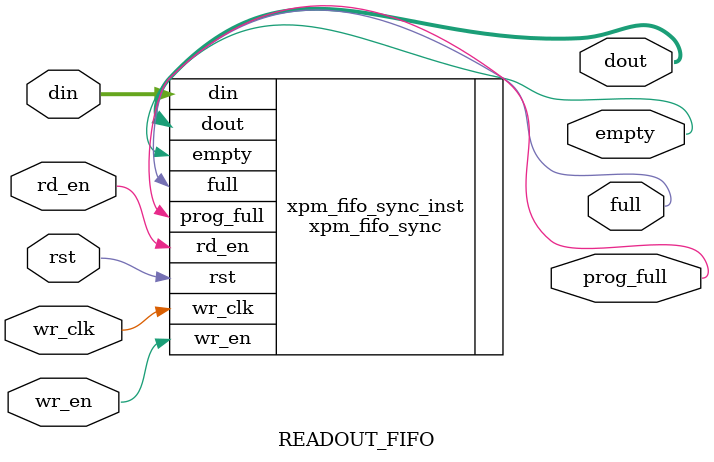
<source format=v>
`timescale 1ns / 1ps


module READOUT_FIFO(
    input rst,
    input wr_clk,
    //input rd_clk,
    input [23:0] din,
    input wr_en,
    input rd_en,
    output [23:0] dout,
    output full,
    output prog_full,
    output empty
    );
    /*
    // xpm_fifo_async: Asynchronous FIFO
    // Xilinx Parameterized Macro, version 2019.1
    xpm_fifo_async #(
    .CDC_SYNC_STAGES(2), // DECIMAL
    .DOUT_RESET_VALUE("0"), // String
    .ECC_MODE("no_ecc"), // String
    .FIFO_MEMORY_TYPE("block"), // String
    .FIFO_READ_LATENCY(1), // DECIMAL
    .FIFO_WRITE_DEPTH(8192), // DECIMAL
    .FULL_RESET_VALUE(0), // DECIMAL
    .PROG_EMPTY_THRESH(10), // DECIMAL
    .PROG_FULL_THRESH(512), // DECIMAL
    .RD_DATA_COUNT_WIDTH(14), // DECIMAL
    .READ_DATA_WIDTH(24), // DECIMAL
    .READ_MODE("std"), // String
    .RELATED_CLOCKS(0), // DECIMAL
    //.SIM_ASSERT_CHK(0), // DECIMAL; 0=disable simulation messages, 1=enable simulation messages
    .USE_ADV_FEATURES("0002"), // String
    .WAKEUP_TIME(0), // DECIMAL
    .WRITE_DATA_WIDTH(24), // DECIMAL
    .WR_DATA_COUNT_WIDTH(14) // DECIMAL
    )
    xpm_fifo_async_inst (
    //.almost_empty(almost_empty), // 1-bit output: Almost Empty : When asserted, this signal indicates that
    // only one more read can be performed before the FIFO goes to empty.
    //.almost_full(almost_full), // 1-bit output: Almost Full: When asserted, this signal indicates that
    // only one more write can be performed before the FIFO is full.
    //.data_valid(data_valid), // 1-bit output: Read Data Valid: When asserted, this signal indicates
    // that valid data is available on the output bus (dout).
    //.dbiterr(dbiterr), // 1-bit output: Double Bit Error: Indicates that the ECC decoder detected
    // a double-bit error and data in the FIFO core is corrupted.
    .dout(dout), // READ_DATA_WIDTH-bit output: Read Data: The output data bus is driven
    // when reading the FIFO.
    .empty(empty), // 1-bit output: Empty Flag: When asserted, this signal indicates that the
    // FIFO is empty. Read requests are ignored when the FIFO is empty,
    // initiating a read while empty is not destructive to the FIFO.
    .full(full), // 1-bit output: Full Flag: When asserted, this signal indicates that the
    // FIFO is full. Write requests are ignored when the FIFO is full,
    // initiating a write when the FIFO is full is not destructive to the
    // contents of the FIFO.
    //.overflow(overflow), // 1-bit output: Overflow: This signal indicates that a write request
    // (wren) during the prior clock cycle was rejected, because the FIFO is
    // full. Overflowing the FIFO is not destructive to the contents of the
    // FIFO.
    //.prog_empty(prog_empty), // 1-bit output: Programmable Empty: This signal is asserted when the
    // number of words in the FIFO is less than or equal to the programmable
    // empty threshold value. It is de-asserted when the number of words in
    // the FIFO exceeds the programmable empty threshold value.
    .prog_full(prog_full), // 1-bit output: Programmable Full: This signal is asserted when the
    // number of words in the FIFO is greater than or equal to the
    // programmable full threshold value. It is de-asserted when the number of
    // words in the FIFO is less than the programmable full threshold value.
    //.rd_data_count(rd_data_count), // RD_DATA_COUNT_WIDTH-bit output: Read Data Count: This bus indicates the
    // number of words read from the FIFO.
    //.rd_rst_busy(rd_rst_busy), // 1-bit output: Read Reset Busy: Active-High indicator that the FIFO read
    // domain is currently in a reset state.
    //.sbiterr(sbiterr), // 1-bit output: Single Bit Error: Indicates that the ECC decoder detected
    // and fixed a single-bit error.
    //.underflow(underflow), // 1-bit output: Underflow: Indicates that the read request (rd_en) during
    // the previous clock cycle was rejected because the FIFO is empty. Under
    // flowing the FIFO is not destructive to the FIFO.
    //.wr_ack(wr_ack), // 1-bit output: Write Acknowledge: This signal indicates that a write
    // request (wr_en) during the prior clock cycle is succeeded.
    //.wr_data_count(wr_data_count), // WR_DATA_COUNT_WIDTH-bit output: Write Data Count: This bus indicates
    // the number of words written into the FIFO.
    //.wr_rst_busy(wr_rst_busy), // 1-bit output: Write Reset Busy: Active-High indicator that the FIFO
    // write domain is currently in a reset state.
    .din(din), // WRITE_DATA_WIDTH-bit input: Write Data: The input data bus used when
    // writing the FIFO.
    //.injectdbiterr(injectdbiterr), // 1-bit input: Double Bit Error Injection: Injects a double bit error if
    // the ECC feature is used on block RAMs or UltraRAM macros.
    //.injectsbiterr(injectsbiterr), // 1-bit input: Single Bit Error Injection: Injects a single bit error if
    // the ECC feature is used on block RAMs or UltraRAM macros.
    .rd_clk(rd_clk), // 1-bit input: Read clock: Used for read operation. rd_clk must be a free
    // running clock.
    .rd_en(rd_en), // 1-bit input: Read Enable: If the FIFO is not empty, asserting this
    // signal causes data (on dout) to be read from the FIFO. Must be held
    // active-low when rd_rst_busy is active high.
    .rst(rst), // 1-bit input: Reset: Must be synchronous to wr_clk. The clock(s) can be
    // unstable at the time of applying reset, but reset must be released only
    // after the clock(s) is/are stable.
    //.sleep(sleep), // 1-bit input: Dynamic power saving: If sleep is High, the memory/fifo
    // block is in power saving mode.
    .wr_clk(wr_clk), // 1-bit input: Write clock: Used for write operation. wr_clk must be a
    // free running clock.
    .wr_en(wr_en) // 1-bit input: Write Enable: If the FIFO is not full, asserting this
    // signal causes data (on din) to be written to the FIFO. Must be held
    // active-low when rst or wr_rst_busy is active high.
    );
    // End of xpm_fifo_async_inst instantiation
    */
    
    // xpm_fifo_sync: Synchronous FIFO
    // Xilinx Parameterized Macro, version 2018.3
    xpm_fifo_sync #(
    .DOUT_RESET_VALUE("0"), // String
    .ECC_MODE("no_ecc"), // String
    .FIFO_MEMORY_TYPE("block"), // String
    .FIFO_READ_LATENCY(1), // DECIMAL
    .FIFO_WRITE_DEPTH(8192), // DECIMAL
    .FULL_RESET_VALUE(0), // DECIMAL
    .PROG_EMPTY_THRESH(10), // DECIMAL
    .PROG_FULL_THRESH(512), // DECIMAL
    .RD_DATA_COUNT_WIDTH(14), // DECIMAL
    .READ_DATA_WIDTH(24), // DECIMAL
    .READ_MODE("std"), // String
    .USE_ADV_FEATURES("0002"), // String
    .WAKEUP_TIME(0), // DECIMAL
    .WRITE_DATA_WIDTH(24), // DECIMAL
    .WR_DATA_COUNT_WIDTH(14) // DECIMAL
    )
    xpm_fifo_sync_inst (
    //.almost_empty(almost_empty), // 1-bit output: Almost Empty : When asserted, this signal indicates that
    // only one more read can be performed before the FIFO goes to empty.
    //.almost_full(almost_full), // 1-bit output: Almost Full: When asserted, this signal indicates that
    // only one more write can be performed before the FIFO is full.
    //.data_valid(data_valid), // 1-bit output: Read Data Valid: When asserted, this signal indicates
    // that valid data is available on the output bus (dout).
    //.dbiterr(dbiterr), // 1-bit output: Double Bit Error: Indicates that the ECC decoder detected
    // a double-bit error and data in the FIFO core is corrupted.
    .dout(dout), // READ_DATA_WIDTH-bit output: Read Data: The output data bus is driven
    // when reading the FIFO.
    .empty(empty), // 1-bit output: Empty Flag: When asserted, this signal indicates that the
    // FIFO is empty. Read requests are ignored when the FIFO is empty,
    // initiating a read while empty is not destructive to the FIFO.
    .full(full), // 1-bit output: Full Flag: When asserted, this signal indicates that the
    // FIFO is full. Write requests are ignored when the FIFO is full,
    // initiating a write when the FIFO is full is not destructive to the
    // contents of the FIFO.
    //.overflow(overflow), // 1-bit output: Overflow: This signal indicates that a write request
    // (wren) during the prior clock cycle was rejected, because the FIFO is
    // full. Overflowing the FIFO is not destructive to the contents of the
    // FIFO.
    //.prog_empty(prog_empty), // 1-bit output: Programmable Empty: This signal is asserted when the
    // number of words in the FIFO is less than or equal to the programmable
    // empty threshold value. It is de-asserted when the number of words in
    // the FIFO exceeds the programmable empty threshold value.
    .prog_full(prog_full), // 1-bit output: Programmable Full: This signal is asserted when the
    // number of words in the FIFO is greater than or equal to the
    // programmable full threshold value. It is de-asserted when the number of
    // words in the FIFO is less than the programmable full threshold value.
    //.rd_data_count(rd_data_count), // RD_DATA_COUNT_WIDTH-bit output: Read Data Count: This bus indicates the
    // number of words read from the FIFO.
    //.rd_rst_busy(rd_rst_busy), // 1-bit output: Read Reset Busy: Active-High indicator that the FIFO read
    // domain is currently in a reset state.
    //.sbiterr(sbiterr), // 1-bit output: Single Bit Error: Indicates that the ECC decoder detected
    // and fixed a single-bit error.
    //.underflow(underflow), // 1-bit output: Underflow: Indicates that the read request (rd_en) during
    // the previous clock cycle was rejected because the FIFO is empty. Under
    // flowing the FIFO is not destructive to the FIFO.
    //.wr_ack(wr_ack), // 1-bit output: Write Acknowledge: This signal indicates that a write
    // request (wr_en) during the prior clock cycle is succeeded.
    //.wr_data_count(wr_data_count), // WR_DATA_COUNT_WIDTH-bit output: Write Data Count: This bus indicates
    // the number of words written into the FIFO.
    //.wr_rst_busy(wr_rst_busy), // 1-bit output: Write Reset Busy: Active-High indicator that the FIFO
    // write domain is currently in a reset state.
    .din(din), // WRITE_DATA_WIDTH-bit input: Write Data: The input data bus used when
    // writing the FIFO.
    //.injectdbiterr(injectdbiterr), // 1-bit input: Double Bit Error Injection: Injects a double bit error if
    // the ECC feature is used on block RAMs or UltraRAM macros.
    //.injectsbiterr(injectsbiterr), // 1-bit input: Single Bit Error Injection: Injects a single bit error if
    // the ECC feature is used on block RAMs or UltraRAM macros.
    .rd_en(rd_en), // 1-bit input: Read Enable: If the FIFO is not empty, asserting this
    // signal causes data (on dout) to be read from the FIFO. Must be held
    // active-low when rd_rst_busy is active high.
    .rst(rst), // 1-bit input: Reset: Must be synchronous to wr_clk. The clock(s) can be
    // unstable at the time of applying reset, but reset must be released only
    // after the clock(s) is/are stable.
    //.sleep(sleep), // 1-bit input: Dynamic power saving- If sleep is High, the memory/fifo
    // block is in power saving mode.
    .wr_clk(wr_clk), // 1-bit input: Write clock: Used for write operation. wr_clk must be a
    // free running clock.
    .wr_en(wr_en) // 1-bit input: Write Enable: If the FIFO is not full, asserting this
    // signal causes data (on din) to be written to the FIFO Must be held
    // active-low when rst or wr_rst_busy or rd_rst_busy is active high
    );
    // End of xpm_fifo_sync_inst instantiation
    
endmodule

</source>
